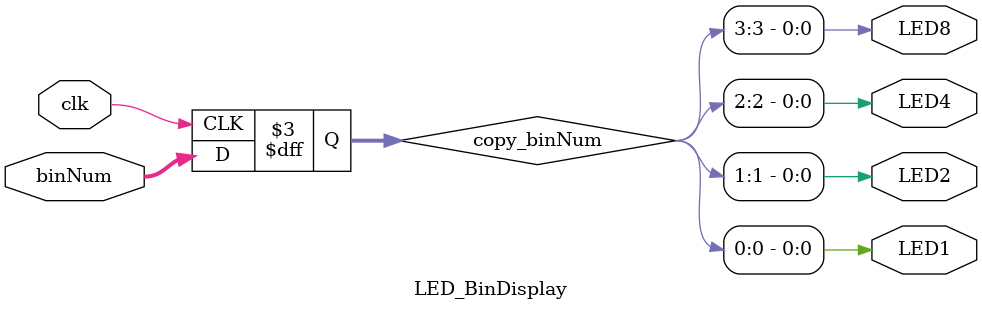
<source format=sv>
`timescale 1ns / 1ps

module LED_BinDisplay(
    input logic [3:0]binNum, 
    input logic clk, 
    output logic LED1, 
    output logic LED2,
    output logic LED4,
    output logic LED8
    );
       
    logic [3:0]copy_binNum;
   
    always_ff @(posedge clk) begin
      copy_binNum[3:0] <= binNum[3:0]; 
    end
    
    // Se interpreta el binNum para encender los LEDs correspondientes
    always_comb
      begin
        LED1 = copy_binNum[0];
        LED2 = copy_binNum[1];
        LED4 = copy_binNum[2];
        LED8 = copy_binNum[3];
      end
      
endmodule

</source>
